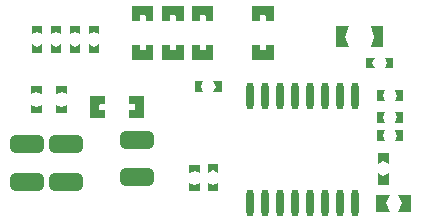
<source format=gtp>
G04*
G04 #@! TF.GenerationSoftware,Altium Limited,Altium Designer,18.0.9 (584)*
G04*
G04 Layer_Color=8421504*
%FSLAX24Y24*%
%MOIN*%
G70*
G01*
G75*
G04:AMPARAMS|DCode=16|XSize=110.2mil|YSize=59.1mil|CornerRadius=14.8mil|HoleSize=0mil|Usage=FLASHONLY|Rotation=180.000|XOffset=0mil|YOffset=0mil|HoleType=Round|Shape=RoundedRectangle|*
%AMROUNDEDRECTD16*
21,1,0.1102,0.0295,0,0,180.0*
21,1,0.0807,0.0591,0,0,180.0*
1,1,0.0295,-0.0404,0.0148*
1,1,0.0295,0.0404,0.0148*
1,1,0.0295,0.0404,-0.0148*
1,1,0.0295,-0.0404,-0.0148*
%
%ADD16ROUNDEDRECTD16*%
%ADD17O,0.0236X0.0906*%
G36*
X41690Y34293D02*
X41699Y34272D01*
Y33819D01*
X41690Y33798D01*
X41669Y33790D01*
X41467D01*
X41446Y33798D01*
X41437Y33819D01*
Y33957D01*
X41428Y33978D01*
X41407Y33987D01*
X41270D01*
X41249Y33978D01*
X41240Y33957D01*
Y33819D01*
X41232Y33798D01*
X41211Y33790D01*
X41008D01*
X40987Y33798D01*
X40978Y33819D01*
Y34272D01*
X40987Y34293D01*
X41008Y34302D01*
X41669D01*
X41690Y34293D01*
D02*
G37*
G36*
X39682D02*
X39691Y34272D01*
Y33819D01*
X39682Y33798D01*
X39661Y33790D01*
X39459D01*
X39438Y33798D01*
X39429Y33819D01*
Y33957D01*
X39420Y33978D01*
X39400Y33987D01*
X39262D01*
X39241Y33978D01*
X39232Y33957D01*
Y33819D01*
X39224Y33798D01*
X39203Y33790D01*
X39000D01*
X38979Y33798D01*
X38970Y33819D01*
Y34272D01*
X38979Y34293D01*
X39000Y34302D01*
X39661D01*
X39682Y34293D01*
D02*
G37*
G36*
X38688D02*
X38697Y34272D01*
Y33819D01*
X38688Y33798D01*
X38667Y33790D01*
X38465D01*
X38444Y33798D01*
X38435Y33819D01*
Y33957D01*
X38426Y33978D01*
X38406Y33987D01*
X38268D01*
X38247Y33978D01*
X38238Y33957D01*
Y33819D01*
X38230Y33798D01*
X38209Y33790D01*
X38006D01*
X37985Y33798D01*
X37976Y33819D01*
Y34272D01*
X37985Y34293D01*
X38006Y34302D01*
X38667D01*
X38688Y34293D01*
D02*
G37*
G36*
X37684D02*
X37693Y34272D01*
Y33819D01*
X37684Y33798D01*
X37663Y33790D01*
X37461D01*
X37440Y33798D01*
X37431Y33819D01*
Y33957D01*
X37422Y33978D01*
X37402Y33987D01*
X37264D01*
X37243Y33978D01*
X37234Y33957D01*
Y33819D01*
X37226Y33798D01*
X37205Y33790D01*
X37002D01*
X36981Y33798D01*
X36972Y33819D01*
Y34272D01*
X36981Y34293D01*
X37002Y34302D01*
X37663D01*
X37684Y34293D01*
D02*
G37*
G36*
X35886Y33346D02*
X35709Y33425D01*
X35531Y33346D01*
Y33622D01*
X35886D01*
Y33346D01*
D02*
G37*
G36*
X35256D02*
X35079Y33425D01*
X34902Y33346D01*
Y33622D01*
X35256D01*
Y33346D01*
D02*
G37*
G36*
X34626D02*
X34449Y33425D01*
X34272Y33346D01*
Y33622D01*
X34626D01*
Y33346D01*
D02*
G37*
G36*
X33986D02*
X33809Y33425D01*
X33632Y33346D01*
Y33622D01*
X33986D01*
Y33346D01*
D02*
G37*
G36*
X35886Y32736D02*
X35531D01*
Y33012D01*
X35709Y32933D01*
X35886Y33012D01*
Y32736D01*
D02*
G37*
G36*
X35256D02*
X34902D01*
Y33012D01*
X35079Y32933D01*
X35256Y33012D01*
Y32736D01*
D02*
G37*
G36*
X34626D02*
X34272D01*
Y33012D01*
X34449Y32933D01*
X34626Y33012D01*
Y32736D01*
D02*
G37*
G36*
X33986D02*
X33632D01*
Y33012D01*
X33809Y32933D01*
X33986Y33012D01*
Y32736D01*
D02*
G37*
G36*
X45344Y32923D02*
X44931D01*
X45049Y33268D01*
X44931Y33612D01*
X45344D01*
Y32923D01*
D02*
G37*
G36*
X44085Y33268D02*
X44203Y32923D01*
X43789D01*
Y33612D01*
X44203D01*
X44085Y33268D01*
D02*
G37*
G36*
X41690Y32993D02*
X41699Y32972D01*
Y32519D01*
X41690Y32498D01*
X41669Y32490D01*
X41008D01*
X40987Y32498D01*
X40978Y32519D01*
Y32972D01*
X40987Y32993D01*
X41008Y33002D01*
X41211D01*
X41232Y32993D01*
X41240Y32972D01*
Y32834D01*
X41249Y32813D01*
X41270Y32805D01*
X41407D01*
X41428Y32813D01*
X41437Y32834D01*
Y32972D01*
X41446Y32993D01*
X41467Y33002D01*
X41669D01*
X41690Y32993D01*
D02*
G37*
G36*
X39682D02*
X39691Y32972D01*
Y32519D01*
X39682Y32498D01*
X39661Y32490D01*
X39000D01*
X38979Y32498D01*
X38970Y32519D01*
Y32972D01*
X38979Y32993D01*
X39000Y33002D01*
X39203D01*
X39224Y32993D01*
X39232Y32972D01*
Y32834D01*
X39241Y32813D01*
X39262Y32805D01*
X39400D01*
X39420Y32813D01*
X39429Y32834D01*
Y32972D01*
X39438Y32993D01*
X39459Y33002D01*
X39661D01*
X39682Y32993D01*
D02*
G37*
G36*
X38688D02*
X38697Y32972D01*
Y32519D01*
X38688Y32498D01*
X38667Y32490D01*
X38006D01*
X37985Y32498D01*
X37976Y32519D01*
Y32972D01*
X37985Y32993D01*
X38006Y33002D01*
X38209D01*
X38230Y32993D01*
X38238Y32972D01*
Y32834D01*
X38247Y32813D01*
X38268Y32805D01*
X38406D01*
X38426Y32813D01*
X38435Y32834D01*
Y32972D01*
X38444Y32993D01*
X38465Y33002D01*
X38667D01*
X38688Y32993D01*
D02*
G37*
G36*
X37684D02*
X37693Y32972D01*
Y32519D01*
X37684Y32498D01*
X37663Y32490D01*
X37002D01*
X36981Y32498D01*
X36972Y32519D01*
Y32972D01*
X36981Y32993D01*
X37002Y33002D01*
X37205D01*
X37226Y32993D01*
X37234Y32972D01*
Y32834D01*
X37243Y32813D01*
X37264Y32805D01*
X37402D01*
X37422Y32813D01*
X37431Y32834D01*
Y32972D01*
X37440Y32993D01*
X37461Y33002D01*
X37663D01*
X37684Y32993D01*
D02*
G37*
G36*
X45679Y32215D02*
X45404D01*
X45482Y32392D01*
X45404Y32569D01*
X45679D01*
Y32215D01*
D02*
G37*
G36*
X44990Y32392D02*
X45069Y32215D01*
X44794D01*
Y32569D01*
X45069D01*
X44990Y32392D01*
D02*
G37*
G36*
X39970Y31417D02*
X39695D01*
X39774Y31594D01*
X39695Y31772D01*
X39970D01*
Y31417D01*
D02*
G37*
G36*
X39282Y31594D02*
X39360Y31417D01*
X39085D01*
Y31772D01*
X39360D01*
X39282Y31594D01*
D02*
G37*
G36*
X34813Y31338D02*
X34636Y31417D01*
X34459Y31338D01*
Y31614D01*
X34813D01*
Y31338D01*
D02*
G37*
G36*
X33967D02*
X33789Y31417D01*
X33612Y31338D01*
Y31614D01*
X33967D01*
Y31338D01*
D02*
G37*
G36*
X46023Y31122D02*
X45748D01*
X45827Y31299D01*
X45748Y31476D01*
X46023D01*
Y31122D01*
D02*
G37*
G36*
X45335Y31299D02*
X45413Y31122D01*
X45138D01*
Y31476D01*
X45413D01*
X45335Y31299D01*
D02*
G37*
G36*
X34813Y30728D02*
X34459D01*
Y31004D01*
X34636Y30925D01*
X34813Y31004D01*
Y30728D01*
D02*
G37*
G36*
X33967D02*
X33612D01*
Y31004D01*
X33789Y30925D01*
X33967Y31004D01*
Y30728D01*
D02*
G37*
G36*
X37383Y31277D02*
X37392Y31256D01*
Y30594D01*
X37383Y30574D01*
X37363Y30565D01*
X36910D01*
X36889Y30574D01*
X36880Y30594D01*
Y30797D01*
X36889Y30818D01*
X36910Y30827D01*
X37048D01*
X37069Y30835D01*
X37077Y30856D01*
Y30994D01*
X37069Y31015D01*
X37048Y31024D01*
X36910D01*
X36889Y31032D01*
X36880Y31053D01*
Y31256D01*
X36889Y31277D01*
X36910Y31285D01*
X37363D01*
X37383Y31277D01*
D02*
G37*
G36*
X36083D02*
X36092Y31256D01*
Y31053D01*
X36083Y31032D01*
X36063Y31024D01*
X35925D01*
X35904Y31015D01*
X35895Y30994D01*
Y30856D01*
X35904Y30835D01*
X35925Y30827D01*
X36063D01*
X36083Y30818D01*
X36092Y30797D01*
Y30594D01*
X36083Y30574D01*
X36063Y30565D01*
X35610D01*
X35589Y30574D01*
X35580Y30594D01*
Y31256D01*
X35589Y31277D01*
X35610Y31285D01*
X36063D01*
X36083Y31277D01*
D02*
G37*
G36*
X46024Y30404D02*
X45748D01*
X45827Y30581D01*
X45748Y30758D01*
X46024D01*
Y30404D01*
D02*
G37*
G36*
X45335Y30581D02*
X45414Y30404D01*
X45138D01*
Y30758D01*
X45414D01*
X45335Y30581D01*
D02*
G37*
G36*
X46024Y29783D02*
X45748D01*
X45827Y29961D01*
X45748Y30138D01*
X46024D01*
Y29783D01*
D02*
G37*
G36*
X45335Y29961D02*
X45414Y29783D01*
X45138D01*
Y30138D01*
X45414D01*
X45335Y29961D01*
D02*
G37*
G36*
X45532Y29006D02*
X45354Y29124D01*
X45177Y29006D01*
Y29400D01*
X45532D01*
Y29006D01*
D02*
G37*
G36*
X39852Y28730D02*
X39675Y28809D01*
X39498Y28730D01*
Y29006D01*
X39852D01*
Y28730D01*
D02*
G37*
G36*
X39242Y28720D02*
X39065Y28799D01*
X38888Y28720D01*
Y28996D01*
X39242D01*
Y28720D01*
D02*
G37*
G36*
X45532Y28337D02*
X45177D01*
Y28730D01*
X45354Y28612D01*
X45532Y28730D01*
Y28337D01*
D02*
G37*
G36*
X39852Y28120D02*
X39498D01*
Y28396D01*
X39675Y28317D01*
X39852Y28396D01*
Y28120D01*
D02*
G37*
G36*
X39242Y28110D02*
X38888D01*
Y28386D01*
X39065Y28307D01*
X39242Y28386D01*
Y28110D01*
D02*
G37*
G36*
X46289Y27431D02*
X45837D01*
X45965Y27717D01*
X45837Y28002D01*
X46289D01*
Y27431D01*
D02*
G37*
G36*
X45453Y27717D02*
X45581Y27431D01*
X45128D01*
Y28002D01*
X45581D01*
X45453Y27717D01*
D02*
G37*
D16*
X37136Y29833D02*
D03*
Y28573D02*
D03*
X34764Y29675D02*
D03*
Y28415D02*
D03*
X33484Y29675D02*
D03*
Y28415D02*
D03*
D17*
X40898Y27717D02*
D03*
X41398D02*
D03*
X41898D02*
D03*
X42398D02*
D03*
X42898D02*
D03*
X43398D02*
D03*
X43898D02*
D03*
X44398D02*
D03*
X40898Y31299D02*
D03*
X41398D02*
D03*
X41898D02*
D03*
X42398D02*
D03*
X42898D02*
D03*
X43398D02*
D03*
X43898D02*
D03*
X44398D02*
D03*
M02*

</source>
